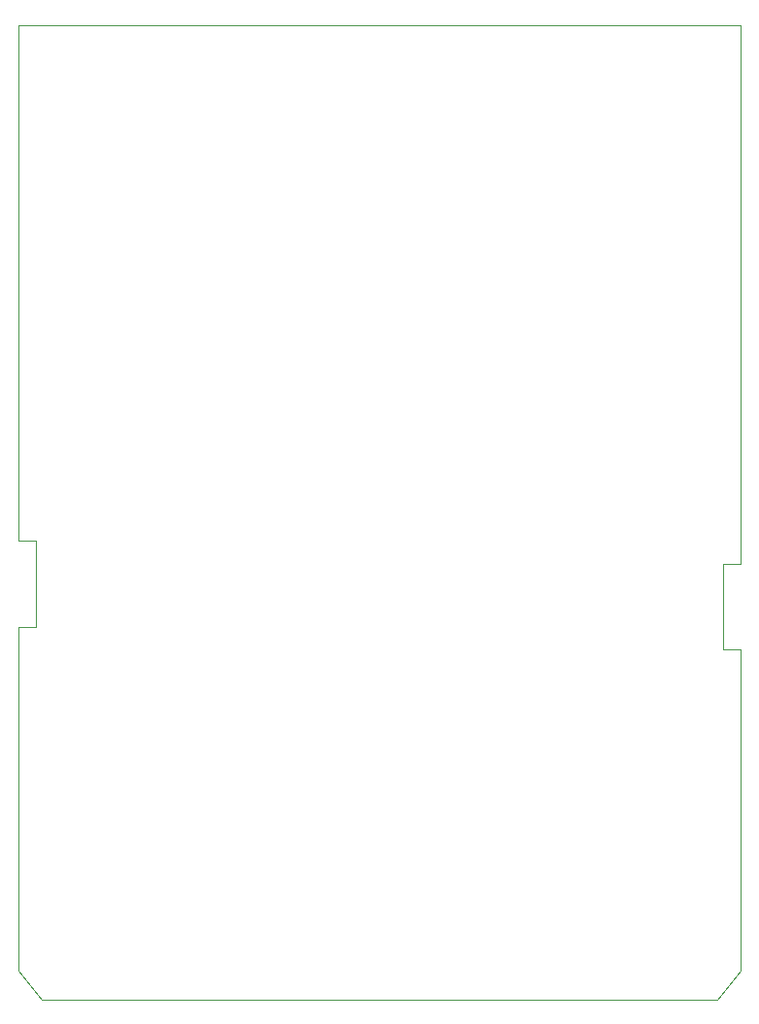
<source format=gbr>
%TF.GenerationSoftware,KiCad,Pcbnew,8.0.4*%
%TF.CreationDate,2024-09-11T17:50:29+02:00*%
%TF.ProjectId,PicoPAC,5069636f-5041-4432-9e6b-696361645f70,rev?*%
%TF.SameCoordinates,Original*%
%TF.FileFunction,Profile,NP*%
%FSLAX46Y46*%
G04 Gerber Fmt 4.6, Leading zero omitted, Abs format (unit mm)*
G04 Created by KiCad (PCBNEW 8.0.4) date 2024-09-11 17:50:29*
%MOMM*%
%LPD*%
G01*
G04 APERTURE LIST*
%TA.AperFunction,Profile*%
%ADD10C,0.050000*%
%TD*%
G04 APERTURE END LIST*
D10*
X83500000Y-138000000D02*
X24500000Y-138000000D01*
X84000000Y-100000000D02*
X84000000Y-107500000D01*
X24000000Y-105500000D02*
X24000000Y-98000000D01*
X22500000Y-53000000D02*
X85500000Y-53000000D01*
X85500000Y-53000000D02*
X85500000Y-100000000D01*
X22500000Y-135500000D02*
X22500000Y-105500000D01*
X22500000Y-105500000D02*
X24000000Y-105500000D01*
X85500000Y-135500000D02*
X83500000Y-138000000D01*
X84000000Y-107500000D02*
X85500000Y-107500000D01*
X24500000Y-138000000D02*
X22500000Y-135500000D01*
X85500000Y-100000000D02*
X84000000Y-100000000D01*
X85500000Y-107500000D02*
X85500000Y-135500000D01*
X24000000Y-98000000D02*
X22500000Y-98000000D01*
X22500000Y-98000000D02*
X22500000Y-53000000D01*
M02*

</source>
